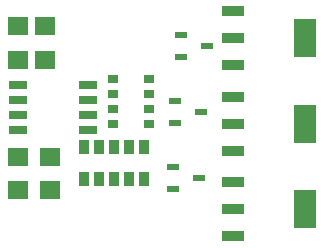
<source format=gbr>
G04 EAGLE Gerber RS-274X export*
G75*
%MOMM*%
%FSLAX34Y34*%
%LPD*%
%INSolderpaste Top*%
%IPPOS*%
%AMOC8*
5,1,8,0,0,1.08239X$1,22.5*%
G01*
%ADD10R,1.524000X0.660400*%
%ADD11R,1.800000X1.600000*%
%ADD12R,0.850000X0.710000*%
%ADD13R,1.900000X0.950000*%
%ADD14R,1.900000X3.250000*%
%ADD15R,1.050000X0.600000*%
%ADD16R,0.900000X1.150000*%
%ADD17R,1.803000X1.600000*%


D10*
X171974Y95250D03*
X112506Y95250D03*
X171974Y107950D03*
X171974Y120650D03*
X112506Y107950D03*
X112506Y120650D03*
X171974Y133350D03*
X112506Y133350D03*
D11*
X139700Y72420D03*
X139700Y44420D03*
D12*
X223530Y100330D03*
X223530Y113030D03*
X223530Y125730D03*
X223530Y138430D03*
X193030Y100330D03*
X193030Y113030D03*
X193030Y125730D03*
X193030Y138430D03*
D13*
X294620Y50940D03*
X294620Y27940D03*
X294620Y4940D03*
D14*
X355620Y27940D03*
D13*
X294620Y123330D03*
X294620Y100330D03*
X294620Y77330D03*
D14*
X355620Y100330D03*
D13*
X294620Y195720D03*
X294620Y172720D03*
X294620Y149720D03*
D14*
X355620Y172720D03*
D15*
X244270Y64110D03*
X244270Y45110D03*
X266270Y54610D03*
X245540Y119990D03*
X245540Y100990D03*
X267540Y110490D03*
X250620Y175870D03*
X250620Y156870D03*
X272620Y166370D03*
D16*
X168910Y53560D03*
X181610Y53560D03*
X194310Y53560D03*
X207010Y53560D03*
X219710Y53560D03*
X219710Y81060D03*
X207010Y81060D03*
X194310Y81060D03*
X181610Y81060D03*
X168910Y81060D03*
D17*
X113030Y72640D03*
X113030Y44200D03*
X135890Y154690D03*
X135890Y183130D03*
X113030Y154690D03*
X113030Y183130D03*
M02*

</source>
